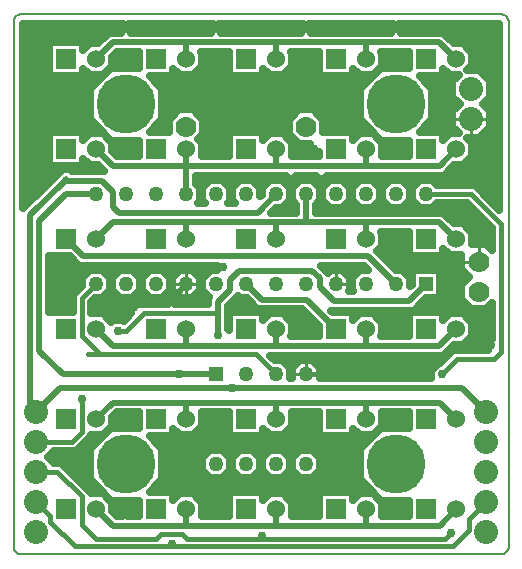
<source format=gbl>
G04 PROTEUS GERBER X2 FILE*
%TF.GenerationSoftware,Labcenter,Proteus,8.6-SP2-Build23525*%
%TF.CreationDate,2019-02-04T04:32:53+00:00*%
%TF.FileFunction,Copper,L2,Bot*%
%TF.FilePolarity,Positive*%
%TF.Part,Single*%
%FSLAX45Y45*%
%MOMM*%
G01*
%TA.AperFunction,Conductor*%
%ADD10C,0.508000*%
%ADD11C,0.381000*%
%TA.AperFunction,ViaPad*%
%ADD12C,0.762000*%
%TA.AperFunction,Conductor*%
%ADD13C,0.635000*%
%ADD20C,0.254000*%
%TA.AperFunction,ComponentPad*%
%ADD14C,1.524000*%
%ADD15R,1.778000X1.778000*%
%TA.AperFunction,OtherPad,Unknown*%
%ADD16C,5.000000*%
%TA.AperFunction,ComponentPad*%
%ADD17R,1.270000X1.270000*%
%ADD18C,1.270000*%
%TA.AperFunction,ComponentPad*%
%ADD19C,2.032000*%
%TA.AperFunction,ComponentPad*%
%ADD70C,1.778000*%
%TA.AperFunction,Profile*%
%ADD71C,0.203200*%
%TD.AperFunction*%
G36*
X+2743200Y+2815042D02*
X+2743200Y+2772958D01*
X+2750930Y+2765228D01*
X+2075070Y+2765228D01*
X+2082800Y+2772958D01*
X+2082800Y+2815042D01*
X+2056851Y+2840991D01*
X+2769149Y+2840991D01*
X+2743200Y+2815042D01*
G37*
G36*
X+1219200Y+2815042D02*
X+1219200Y+2772958D01*
X+1226930Y+2765228D01*
X+551070Y+2765228D01*
X+558800Y+2772958D01*
X+558800Y+2815042D01*
X+532851Y+2840991D01*
X+1245149Y+2840991D01*
X+1219200Y+2815042D01*
G37*
G36*
X+1981200Y+2815042D02*
X+1981200Y+2772958D01*
X+1988930Y+2765228D01*
X+1743807Y+2765228D01*
X+1391252Y+2765227D01*
X+1313070Y+2765228D01*
X+1320800Y+2772958D01*
X+1320800Y+2815042D01*
X+1294851Y+2840991D01*
X+2007149Y+2840991D01*
X+1981200Y+2815042D01*
G37*
G36*
X+457200Y+2815042D02*
X+457200Y+2772958D01*
X+464930Y+2765228D01*
X+362488Y+2765228D01*
X+270609Y+2673349D01*
X+198765Y+2673349D01*
X+146049Y+2620633D01*
X+146049Y+2686049D01*
X-146049Y+2686049D01*
X-146049Y+2393951D01*
X+146049Y+2393951D01*
X+146049Y+2459367D01*
X+198765Y+2406651D01*
X+309235Y+2406651D01*
X+387349Y+2484765D01*
X+387349Y+2556609D01*
X+430870Y+2600130D01*
X+615951Y+2600130D01*
X+615951Y+2466149D01*
X+380775Y+2466149D01*
X+200851Y+2286225D01*
X+200851Y+2031775D01*
X+380775Y+1851851D01*
X+615951Y+1851851D01*
X+615951Y+1720156D01*
X+428584Y+1720156D01*
X+387349Y+1761391D01*
X+387349Y+1833235D01*
X+309235Y+1911349D01*
X+198765Y+1911349D01*
X+146049Y+1858633D01*
X+146049Y+1924049D01*
X-146049Y+1924049D01*
X-146049Y+1631951D01*
X+146049Y+1631951D01*
X+146049Y+1697367D01*
X+198765Y+1644651D01*
X+270609Y+1644651D01*
X+321446Y+1593814D01*
X+46926Y+1593814D01*
X+34192Y+1606548D01*
X-34192Y+1606548D01*
X-46926Y+1593814D01*
X-46928Y+1593814D01*
X-95284Y+1545458D01*
X-95284Y+1545456D01*
X-364491Y+1276249D01*
X-364491Y+2824359D01*
X-363264Y+2839764D01*
X-347859Y+2840991D01*
X+483149Y+2840991D01*
X+457200Y+2815042D01*
G37*
%LPC*%
G36*
X+457200Y+2518958D02*
X+457200Y+2561042D01*
X+486958Y+2590800D01*
X+529042Y+2590800D01*
X+558800Y+2561042D01*
X+558800Y+2518958D01*
X+529042Y+2489200D01*
X+486958Y+2489200D01*
X+457200Y+2518958D01*
G37*
%LPD*%
G36*
X+1377951Y+2393951D02*
X+1670049Y+2393951D01*
X+1670049Y+2459367D01*
X+1722765Y+2406651D01*
X+1833235Y+2406651D01*
X+1911349Y+2484765D01*
X+1911349Y+2595235D01*
X+1906454Y+2600130D01*
X+2139951Y+2600130D01*
X+2139951Y+2393951D01*
X+2432049Y+2393951D01*
X+2432049Y+2459367D01*
X+2484765Y+2406651D01*
X+2595235Y+2406651D01*
X+2673349Y+2484765D01*
X+2673349Y+2595235D01*
X+2668454Y+2600130D01*
X+2901951Y+2600130D01*
X+2901951Y+2466149D01*
X+2666775Y+2466149D01*
X+2486851Y+2286225D01*
X+2486851Y+2031775D01*
X+2666775Y+1851851D01*
X+2901951Y+1851851D01*
X+2901951Y+1720156D01*
X+2670740Y+1720156D01*
X+2673349Y+1722765D01*
X+2673349Y+1833235D01*
X+2595235Y+1911349D01*
X+2484765Y+1911349D01*
X+2432049Y+1858633D01*
X+2432049Y+1924049D01*
X+2178049Y+1924049D01*
X+2178049Y+2028995D01*
X+2092495Y+2114549D01*
X+1971505Y+2114549D01*
X+1885951Y+2028995D01*
X+1885951Y+1908005D01*
X+1971505Y+1822451D01*
X+2068109Y+1822451D01*
X+2044700Y+1799042D01*
X+2044700Y+1756958D01*
X+2074458Y+1727200D01*
X+2116542Y+1727200D01*
X+2139951Y+1750609D01*
X+2139951Y+1720156D01*
X+1908740Y+1720156D01*
X+1911349Y+1722765D01*
X+1911349Y+1833235D01*
X+1833235Y+1911349D01*
X+1722765Y+1911349D01*
X+1670049Y+1858633D01*
X+1670049Y+1924049D01*
X+1377951Y+1924049D01*
X+1377951Y+1720156D01*
X+1146740Y+1720156D01*
X+1149349Y+1722765D01*
X+1149349Y+1833235D01*
X+1118314Y+1864270D01*
X+1162049Y+1908005D01*
X+1162049Y+2028995D01*
X+1076495Y+2114549D01*
X+955505Y+2114549D01*
X+869951Y+2028995D01*
X+869951Y+1924049D01*
X+707423Y+1924049D01*
X+815149Y+2031775D01*
X+815149Y+2286225D01*
X+707423Y+2393951D01*
X+908049Y+2393951D01*
X+908049Y+2459367D01*
X+960765Y+2406651D01*
X+1071235Y+2406651D01*
X+1149349Y+2484765D01*
X+1149349Y+2595235D01*
X+1144454Y+2600130D01*
X+1377951Y+2600131D01*
X+1377951Y+2393951D01*
G37*
%LPC*%
G36*
X+1981200Y+2518958D02*
X+1981200Y+2561042D01*
X+2010958Y+2590800D01*
X+2053042Y+2590800D01*
X+2082800Y+2561042D01*
X+2082800Y+2518958D01*
X+2053042Y+2489200D01*
X+2010958Y+2489200D01*
X+1981200Y+2518958D01*
G37*
G36*
X+1219200Y+2518958D02*
X+1219200Y+2561042D01*
X+1248958Y+2590800D01*
X+1291042Y+2590800D01*
X+1320800Y+2561042D01*
X+1320800Y+2518958D01*
X+1291042Y+2489200D01*
X+1248958Y+2489200D01*
X+1219200Y+2518958D01*
G37*
G36*
X+2743200Y+2518958D02*
X+2743200Y+2561042D01*
X+2772958Y+2590800D01*
X+2815042Y+2590800D01*
X+2844800Y+2561042D01*
X+2844800Y+2518958D01*
X+2815042Y+2489200D01*
X+2772958Y+2489200D01*
X+2743200Y+2518958D01*
G37*
G36*
X+1155700Y+1756958D02*
X+1155700Y+1799042D01*
X+1185458Y+1828800D01*
X+1227542Y+1828800D01*
X+1257300Y+1799042D01*
X+1257300Y+1756958D01*
X+1227542Y+1727200D01*
X+1185458Y+1727200D01*
X+1155700Y+1756958D01*
G37*
%LPD*%
G36*
X+3246765Y+2406651D02*
X+3325146Y+2406651D01*
X+3270251Y+2351756D01*
X+3270251Y+2220244D01*
X+3331495Y+2159000D01*
X+3270251Y+2097756D01*
X+3270251Y+1966244D01*
X+3325146Y+1911349D01*
X+3246765Y+1911349D01*
X+3194049Y+1858633D01*
X+3194049Y+1924049D01*
X+2993423Y+1924049D01*
X+3101149Y+2031775D01*
X+3101149Y+2286225D01*
X+2993423Y+2393951D01*
X+3194049Y+2393951D01*
X+3194049Y+2459367D01*
X+3246765Y+2406651D01*
G37*
G36*
X+3665264Y+2839764D02*
X+3666491Y+2824359D01*
X+3666491Y+1267269D01*
X+3460561Y+1473199D01*
X+3142424Y+1473199D01*
X+3097974Y+1517649D01*
X+2998026Y+1517649D01*
X+2927351Y+1446974D01*
X+2927351Y+1347026D01*
X+2998026Y+1276351D01*
X+3097974Y+1276351D01*
X+3142424Y+1320801D01*
X+3397439Y+1320801D01*
X+3603004Y+1115236D01*
X+3603004Y+921540D01*
X+3552995Y+971549D01*
X+3435349Y+971549D01*
X+3435349Y+1071235D01*
X+3357235Y+1149349D01*
X+3285391Y+1149349D01*
X+3193904Y+1240836D01*
X+2114549Y+1240836D01*
X+2114549Y+1308926D01*
X+2152649Y+1347026D01*
X+2152649Y+1446974D01*
X+2081974Y+1517649D01*
X+1982026Y+1517649D01*
X+1911351Y+1446974D01*
X+1911351Y+1347026D01*
X+1949451Y+1308926D01*
X+1949451Y+1240836D01*
X+1738576Y+1240836D01*
X+1774091Y+1276351D01*
X+1827974Y+1276351D01*
X+1898649Y+1347026D01*
X+1898649Y+1446974D01*
X+1827974Y+1517649D01*
X+1728026Y+1517649D01*
X+1657351Y+1446974D01*
X+1657351Y+1393091D01*
X+1644649Y+1380389D01*
X+1644649Y+1446974D01*
X+1573974Y+1517649D01*
X+1474026Y+1517649D01*
X+1403351Y+1446974D01*
X+1403351Y+1347026D01*
X+1427618Y+1322759D01*
X+1366382Y+1322759D01*
X+1390649Y+1347026D01*
X+1390649Y+1446974D01*
X+1319974Y+1517649D01*
X+1220026Y+1517649D01*
X+1149351Y+1446974D01*
X+1149351Y+1347026D01*
X+1173618Y+1322759D01*
X+1112382Y+1322759D01*
X+1136649Y+1347026D01*
X+1136649Y+1446974D01*
X+1098549Y+1485074D01*
X+1098549Y+1555058D01*
X+1864216Y+1555058D01*
X+1854200Y+1545042D01*
X+1854200Y+1502958D01*
X+1883958Y+1473200D01*
X+1926042Y+1473200D01*
X+1955800Y+1502958D01*
X+1955800Y+1545042D01*
X+1945784Y+1555058D01*
X+2114316Y+1555058D01*
X+2108904Y+1549646D01*
X+2108904Y+1507562D01*
X+2138662Y+1477804D01*
X+2180746Y+1477804D01*
X+2210504Y+1507562D01*
X+2210504Y+1549646D01*
X+2205092Y+1555058D01*
X+3195798Y+1555058D01*
X+3285391Y+1644651D01*
X+3357235Y+1644651D01*
X+3435349Y+1722765D01*
X+3435349Y+1833235D01*
X+3395333Y+1873251D01*
X+3494756Y+1873251D01*
X+3587749Y+1966244D01*
X+3587749Y+2097756D01*
X+3526505Y+2159000D01*
X+3587749Y+2220244D01*
X+3587749Y+2351756D01*
X+3494756Y+2444749D01*
X+3395333Y+2444749D01*
X+3435349Y+2484765D01*
X+3435349Y+2595235D01*
X+3357235Y+2673349D01*
X+3285391Y+2673349D01*
X+3193512Y+2765228D01*
X+2837070Y+2765228D01*
X+2844800Y+2772958D01*
X+2844800Y+2815042D01*
X+2818851Y+2840991D01*
X+3649859Y+2840991D01*
X+3665264Y+2839764D01*
G37*
%LPC*%
G36*
X+2165351Y+1347026D02*
X+2165351Y+1446974D01*
X+2236026Y+1517649D01*
X+2335974Y+1517649D01*
X+2406649Y+1446974D01*
X+2406649Y+1347026D01*
X+2335974Y+1276351D01*
X+2236026Y+1276351D01*
X+2165351Y+1347026D01*
G37*
G36*
X+2419351Y+1347026D02*
X+2419351Y+1446974D01*
X+2490026Y+1517649D01*
X+2589974Y+1517649D01*
X+2660649Y+1446974D01*
X+2660649Y+1347026D01*
X+2589974Y+1276351D01*
X+2490026Y+1276351D01*
X+2419351Y+1347026D01*
G37*
G36*
X+2673351Y+1347026D02*
X+2673351Y+1446974D01*
X+2744026Y+1517649D01*
X+2843974Y+1517649D01*
X+2914649Y+1446974D01*
X+2914649Y+1347026D01*
X+2843974Y+1276351D01*
X+2744026Y+1276351D01*
X+2673351Y+1347026D01*
G37*
%LPD*%
G36*
X+2556611Y+755649D02*
X+2490026Y+755649D01*
X+2419351Y+684974D01*
X+2419351Y+585026D01*
X+2427799Y+576578D01*
X+2398201Y+576578D01*
X+2406649Y+585026D01*
X+2406649Y+684974D01*
X+2335974Y+755649D01*
X+2236026Y+755649D01*
X+2214474Y+734096D01*
X+2180414Y+768156D01*
X+2180412Y+768156D01*
X+2165139Y+783429D01*
X+2165139Y+783431D01*
X+2157574Y+790996D01*
X+2521264Y+790996D01*
X+2556611Y+755649D01*
G37*
G36*
X+84085Y+815175D02*
X+108264Y+790996D01*
X+1275974Y+790996D01*
X+1275974Y+756585D01*
X+1276910Y+755649D01*
X+1220026Y+755649D01*
X+1149351Y+684974D01*
X+1149351Y+585026D01*
X+1207824Y+526552D01*
X+1202718Y+521446D01*
X+1202718Y+464764D01*
X+917606Y+464764D01*
X+939800Y+486958D01*
X+939800Y+529042D01*
X+910042Y+558800D01*
X+867958Y+558800D01*
X+838200Y+529042D01*
X+838200Y+486958D01*
X+860394Y+464764D01*
X+623654Y+464764D01*
X+622300Y+463410D01*
X+622300Y+465542D01*
X+592542Y+495300D01*
X+550458Y+495300D01*
X+520700Y+465542D01*
X+520700Y+423458D01*
X+550458Y+393700D01*
X+552590Y+393700D01*
X+486258Y+327368D01*
X+481093Y+332532D01*
X+402187Y+332532D01*
X+383120Y+313464D01*
X+309235Y+387349D01*
X+209526Y+387349D01*
X+209526Y+482766D01*
X+241111Y+514351D01*
X+303974Y+514351D01*
X+374649Y+585026D01*
X+374649Y+684974D01*
X+303974Y+755649D01*
X+204026Y+755649D01*
X+133351Y+684974D01*
X+133351Y+622111D01*
X+57128Y+545888D01*
X+57128Y+400049D01*
X-145277Y+400049D01*
X-145277Y+869951D01*
X+29309Y+869951D01*
X+84085Y+815175D01*
G37*
%LPC*%
G36*
X+895351Y+585026D02*
X+895351Y+684974D01*
X+966026Y+755649D01*
X+1065974Y+755649D01*
X+1136649Y+684974D01*
X+1136649Y+585026D01*
X+1065974Y+514351D01*
X+966026Y+514351D01*
X+895351Y+585026D01*
G37*
G36*
X+641351Y+585026D02*
X+641351Y+684974D01*
X+712026Y+755649D01*
X+811974Y+755649D01*
X+882649Y+684974D01*
X+882649Y+585026D01*
X+811974Y+514351D01*
X+712026Y+514351D01*
X+641351Y+585026D01*
G37*
G36*
X+387351Y+585026D02*
X+387351Y+684974D01*
X+458026Y+755649D01*
X+557974Y+755649D01*
X+628649Y+684974D01*
X+628649Y+585026D01*
X+557974Y+514351D01*
X+458026Y+514351D01*
X+387351Y+585026D01*
G37*
G36*
X+393700Y+423458D02*
X+393700Y+465542D01*
X+423458Y+495300D01*
X+465542Y+495300D01*
X+495300Y+465542D01*
X+495300Y+423458D01*
X+465542Y+393700D01*
X+423458Y+393700D01*
X+393700Y+423458D01*
G37*
%LPD*%
G36*
X+1474026Y+514351D02*
X+1527909Y+514351D01*
X+1620016Y+422244D01*
X+2001016Y+422244D01*
X+2139951Y+283309D01*
X+2139951Y+194261D01*
X+1906845Y+194261D01*
X+1911349Y+198765D01*
X+1911349Y+309235D01*
X+1833235Y+387349D01*
X+1722765Y+387349D01*
X+1670049Y+334633D01*
X+1670049Y+400049D01*
X+1377951Y+400049D01*
X+1377951Y+248841D01*
X+1367816Y+258976D01*
X+1367816Y+453064D01*
X+1451564Y+536812D01*
X+1474026Y+514351D01*
G37*
%LPC*%
G36*
X+2037474Y+228793D02*
X+2037474Y+270877D01*
X+2067232Y+300635D01*
X+2109316Y+300635D01*
X+2139074Y+270877D01*
X+2139074Y+228793D01*
X+2109316Y+199035D01*
X+2067232Y+199035D01*
X+2037474Y+228793D01*
G37*
%LPD*%
G36*
X+2901951Y+869951D02*
X+3194049Y+869951D01*
X+3194049Y+935367D01*
X+3246765Y+882651D01*
X+3346451Y+882651D01*
X+3346451Y+765005D01*
X+3412956Y+698500D01*
X+3346451Y+631995D01*
X+3346451Y+511005D01*
X+3432005Y+425451D01*
X+3552995Y+425451D01*
X+3603004Y+475460D01*
X+3603004Y+172771D01*
X+3575674Y+172771D01*
X+3545916Y+143013D01*
X+3545916Y+100929D01*
X+3570646Y+76199D01*
X+3278666Y+76199D01*
X+3169165Y-33302D01*
X+3142223Y-33302D01*
X+3086427Y-89098D01*
X+3086427Y-158783D01*
X+2152649Y-158783D01*
X+2152649Y-77026D01*
X+2081974Y-6351D01*
X+1982026Y-6351D01*
X+1911351Y-77026D01*
X+1911351Y-158783D01*
X+1898649Y-158783D01*
X+1898649Y-77026D01*
X+1827974Y-6351D01*
X+1765111Y-6351D01*
X+1729597Y+29163D01*
X+3193903Y+29163D01*
X+3285391Y+120651D01*
X+3357235Y+120651D01*
X+3435349Y+198765D01*
X+3435349Y+309235D01*
X+3357235Y+387349D01*
X+3246765Y+387349D01*
X+3194049Y+334633D01*
X+3194049Y+400049D01*
X+2901951Y+400049D01*
X+2901951Y+194261D01*
X+2668845Y+194261D01*
X+2673349Y+198765D01*
X+2673349Y+309235D01*
X+2595235Y+387349D01*
X+2484765Y+387349D01*
X+2432049Y+334633D01*
X+2432049Y+400049D01*
X+2256691Y+400049D01*
X+2245260Y+411480D01*
X+2941220Y+411480D01*
X+3044091Y+514351D01*
X+3168649Y+514351D01*
X+3168649Y+755649D01*
X+2927351Y+755649D01*
X+2927351Y+631091D01*
X+2914649Y+618389D01*
X+2914649Y+684974D01*
X+2843974Y+755649D01*
X+2790091Y+755649D01*
X+2629162Y+916578D01*
X+2673349Y+960765D01*
X+2673349Y+1071235D01*
X+2668846Y+1075738D01*
X+2901951Y+1075738D01*
X+2901951Y+869951D01*
G37*
%LPC*%
G36*
X+2854913Y-101396D02*
X+2854913Y-59312D01*
X+2884671Y-29554D01*
X+2926755Y-29554D01*
X+2956513Y-59312D01*
X+2956513Y-101396D01*
X+2926755Y-131154D01*
X+2884671Y-131154D01*
X+2854913Y-101396D01*
G37*
%LPD*%
G36*
X+2901951Y-581851D02*
X+2666775Y-581851D01*
X+2486851Y-761775D01*
X+2486851Y-1016225D01*
X+2666775Y-1196149D01*
X+2901951Y-1196149D01*
X+2901951Y-1327121D01*
X+2671463Y-1327121D01*
X+2673349Y-1325235D01*
X+2673349Y-1214765D01*
X+2595235Y-1136651D01*
X+2484765Y-1136651D01*
X+2432049Y-1189367D01*
X+2432049Y-1123951D01*
X+2139951Y-1123951D01*
X+2139951Y-1327121D01*
X+1909463Y-1327121D01*
X+1911349Y-1325235D01*
X+1911349Y-1214765D01*
X+1833235Y-1136651D01*
X+1722765Y-1136651D01*
X+1670049Y-1189367D01*
X+1670049Y-1123951D01*
X+1377951Y-1123951D01*
X+1377951Y-1327121D01*
X+1147463Y-1327121D01*
X+1149349Y-1325235D01*
X+1149349Y-1214765D01*
X+1071235Y-1136651D01*
X+960765Y-1136651D01*
X+908049Y-1189367D01*
X+908049Y-1123951D01*
X+707423Y-1123951D01*
X+815149Y-1016225D01*
X+815149Y-761775D01*
X+707423Y-654049D01*
X+908049Y-654049D01*
X+908049Y-588633D01*
X+960765Y-641349D01*
X+1071235Y-641349D01*
X+1149349Y-563235D01*
X+1149349Y-452765D01*
X+1146609Y-450025D01*
X+1377951Y-450025D01*
X+1377951Y-654049D01*
X+1670049Y-654049D01*
X+1670049Y-588633D01*
X+1722765Y-641349D01*
X+1833235Y-641349D01*
X+1911349Y-563235D01*
X+1911349Y-452765D01*
X+1908609Y-450025D01*
X+2139951Y-450025D01*
X+2139951Y-654049D01*
X+2432049Y-654049D01*
X+2432049Y-588633D01*
X+2484765Y-641349D01*
X+2595235Y-641349D01*
X+2673349Y-563235D01*
X+2673349Y-452765D01*
X+2670609Y-450025D01*
X+2901951Y-450025D01*
X+2901951Y-581851D01*
G37*
%LPC*%
G36*
X+2152649Y-839026D02*
X+2152649Y-938974D01*
X+2081974Y-1009649D01*
X+1982026Y-1009649D01*
X+1911351Y-938974D01*
X+1911351Y-839026D01*
X+1982026Y-768351D01*
X+2081974Y-768351D01*
X+2152649Y-839026D01*
G37*
G36*
X+1898649Y-839026D02*
X+1898649Y-938974D01*
X+1827974Y-1009649D01*
X+1728026Y-1009649D01*
X+1657351Y-938974D01*
X+1657351Y-839026D01*
X+1728026Y-768351D01*
X+1827974Y-768351D01*
X+1898649Y-839026D01*
G37*
G36*
X+1644649Y-839026D02*
X+1644649Y-938974D01*
X+1573974Y-1009649D01*
X+1474026Y-1009649D01*
X+1403351Y-938974D01*
X+1403351Y-839026D01*
X+1474026Y-768351D01*
X+1573974Y-768351D01*
X+1644649Y-839026D01*
G37*
G36*
X+1390649Y-839026D02*
X+1390649Y-938974D01*
X+1319974Y-1009649D01*
X+1220026Y-1009649D01*
X+1149351Y-938974D01*
X+1149351Y-839026D01*
X+1220026Y-768351D01*
X+1319974Y-768351D01*
X+1390649Y-839026D01*
G37*
G36*
X+1981200Y-529042D02*
X+1981200Y-486958D01*
X+2010958Y-457200D01*
X+2053042Y-457200D01*
X+2082800Y-486958D01*
X+2082800Y-529042D01*
X+2053042Y-558800D01*
X+2010958Y-558800D01*
X+1981200Y-529042D01*
G37*
%LPD*%
G36*
X+615951Y-581851D02*
X+380775Y-581851D01*
X+200851Y-761775D01*
X+200851Y-1016225D01*
X+380775Y-1196149D01*
X+615951Y-1196149D01*
X+615951Y-1327121D01*
X+523691Y-1327121D01*
X+548507Y-1302305D01*
X+548507Y-1260221D01*
X+518749Y-1230463D01*
X+476665Y-1230463D01*
X+446907Y-1260221D01*
X+446907Y-1302305D01*
X+471723Y-1327121D01*
X+427861Y-1327121D01*
X+387349Y-1286609D01*
X+387349Y-1214765D01*
X+309235Y-1136651D01*
X+209605Y-1136651D01*
X+209605Y-1128709D01*
X-42803Y-876301D01*
X-105694Y-876301D01*
X-156495Y-825500D01*
X-105694Y-774699D01*
X+84665Y-774699D01*
X+209606Y-649758D01*
X+209606Y-641349D01*
X+309235Y-641349D01*
X+387349Y-563235D01*
X+387349Y-491391D01*
X+428715Y-450025D01*
X+615951Y-450025D01*
X+615951Y-581851D01*
G37*
%LPC*%
G36*
X+76687Y-834970D02*
X+76687Y-792886D01*
X+106445Y-763128D01*
X+148529Y-763128D01*
X+178287Y-792886D01*
X+178287Y-834970D01*
X+148529Y-864728D01*
X+106445Y-864728D01*
X+76687Y-834970D01*
G37*
G36*
X+409258Y-531571D02*
X+409258Y-489487D01*
X+439016Y-459729D01*
X+481100Y-459729D01*
X+510858Y-489487D01*
X+510858Y-531571D01*
X+481100Y-561329D01*
X+439016Y-561329D01*
X+409258Y-531571D01*
G37*
%LPD*%
D10*
X+2540000Y-1270000D02*
X+2540000Y-1409670D01*
X+3162330Y-1409670D01*
X+3302000Y-1270000D01*
X+1778000Y-1270000D02*
X+1778000Y-1399771D01*
X+1787899Y-1409670D01*
X+2540000Y-1409670D01*
X+1016000Y-1270000D02*
X+1016000Y-1409670D01*
X+254000Y-1270000D02*
X+393670Y-1409670D01*
X+1016000Y-1409670D01*
X+1787899Y-1409670D01*
X+2540000Y+2540000D02*
X+2540000Y+2682679D01*
X+3159321Y+2682679D01*
X+3302000Y+2540000D01*
X+1778000Y+2540000D02*
X+1778000Y+2682679D01*
X+2540000Y+2682679D01*
X+1016000Y+2540000D02*
X+1016000Y+2671182D01*
X+1004503Y+2682679D01*
X+254000Y+2540000D02*
X+396679Y+2682679D01*
X+1004503Y+2682679D01*
X+1778000Y+2682679D01*
X+2540000Y+1778000D02*
X+2540000Y+1637607D01*
X+3161607Y+1637607D01*
X+3302000Y+1778000D01*
X+1778000Y+1778000D02*
X+1778000Y+1637607D01*
X+2540000Y+1637607D01*
X+1016000Y+1778000D02*
X+1016000Y+1637607D01*
X+254000Y+1778000D02*
X+394393Y+1637607D01*
X+1016000Y+1637607D01*
X+1778000Y+1637607D01*
X+2540000Y-508000D02*
X+2540000Y-383939D01*
X+2523537Y-367476D01*
X+3161476Y-367476D01*
X+3302000Y-508000D01*
X+1778000Y-508000D02*
X+1778000Y-367476D01*
X+2523537Y-367476D01*
X+1016000Y-508000D02*
X+1016000Y-367476D01*
X+254000Y-508000D02*
X+394524Y-367476D01*
X+1016000Y-367476D01*
X+1778000Y-367476D01*
X+2540000Y+254000D02*
X+2540000Y+111712D01*
X+3159712Y+111712D01*
X+3302000Y+254000D01*
X+1778000Y+254000D02*
X+1778000Y+111712D01*
X+2540000Y+111712D01*
X+1016000Y+254000D02*
X+1016000Y+111712D01*
X+254000Y+254000D02*
X+396288Y+111712D01*
X+1016000Y+111712D01*
X+1778000Y+111712D01*
X+2540000Y+1016000D02*
X+2540000Y+1141236D01*
X+2522949Y+1158287D01*
X+3159713Y+1158287D01*
X+3302000Y+1016000D01*
X+1778000Y+1016000D02*
X+1778000Y+1158287D01*
X+1016000Y+1016000D02*
X+1016000Y+1158287D01*
X+254000Y+1016000D02*
X+396287Y+1158287D01*
X+1016000Y+1158287D01*
X+1778000Y+1158287D01*
X+2032000Y+1397000D02*
X+2032000Y+1158287D01*
X+1778000Y+1158287D02*
X+2032000Y+1158287D01*
X+2522949Y+1158287D01*
X+1016000Y+1637607D02*
X+1016000Y+1397000D01*
X+1778000Y+1397000D02*
X+1621210Y+1240210D01*
X+502774Y+1240210D01*
X+444500Y+1240210D01*
X+0Y+1397000D02*
X-340Y+1397000D01*
X-227826Y+1169514D01*
X-227826Y+70800D01*
X-30026Y-127000D01*
X+254000Y+1397000D02*
X+0Y+1397000D01*
X+0Y+1524000D02*
X-12735Y+1511265D01*
X-306317Y+1217683D01*
X-306317Y-392183D01*
X-254000Y-444500D01*
X+444500Y+1240210D02*
X+393784Y+1290926D01*
X+393784Y+1418825D01*
X+301344Y+1511265D01*
X-12735Y+1511265D01*
X+1524000Y+635000D02*
X+1654207Y+504793D01*
X+1869509Y+504793D01*
X+2035207Y+504793D01*
X+2286000Y+254000D01*
X+1403291Y-241143D02*
X+1450234Y-241143D01*
X+1450423Y-241332D01*
X+3556000Y-444500D02*
X+3352832Y-241332D01*
X+1450423Y-241332D01*
X-50832Y-241332D01*
X-254000Y-444500D01*
D11*
X+3181676Y-128551D02*
X+3310227Y+0D01*
X+3429000Y+0D01*
X+1656248Y-1520278D02*
X+1605829Y-1520278D01*
X+1656248Y-1520278D02*
X+1656248Y-1482972D01*
X+1657526Y-1481694D01*
X+1657526Y-1498512D01*
D10*
X+3048000Y+635000D02*
X+2907029Y+494029D01*
X+2264799Y+494029D01*
X+2146221Y+612607D01*
X+2146221Y+685607D01*
X+1384277Y+669873D02*
X+1463642Y+749238D01*
X+2082590Y+749238D01*
X+2146221Y+685607D01*
X+1778000Y+873545D02*
X+1815041Y+873545D01*
X+2176008Y+873545D01*
X+2321529Y+873545D01*
X+2794000Y+635000D02*
X+2555455Y+873545D01*
X+2321529Y+873545D01*
X+1778000Y+873545D02*
X+142455Y+873545D01*
X+0Y+1016000D01*
D11*
X-254000Y-698500D02*
X+53104Y-698500D01*
X+133407Y-618197D01*
X+133407Y-338152D01*
X+133327Y-338072D01*
X+1645611Y+5389D02*
X+1626850Y+24150D01*
X+184222Y+41894D02*
X+184209Y+41907D01*
X+1778000Y-127000D02*
X+1645611Y+5389D01*
X+1285267Y+381000D02*
X+1277702Y+388565D01*
X+655215Y+388565D01*
X+503933Y+237283D01*
X+441640Y+237283D01*
D10*
X+1384277Y+669873D02*
X+1384277Y+586265D01*
X+1285267Y+487255D01*
X+1285267Y+381000D01*
X+1285267Y+206823D01*
X-30026Y-127000D02*
X+952500Y-127000D01*
X+1270000Y-127000D01*
D11*
X+698500Y-1520278D02*
X+764210Y-1520278D01*
X+804959Y-1479529D01*
X+984249Y-1479529D01*
X+1024998Y-1520278D01*
X+1058068Y-1520278D01*
X-254000Y-952500D02*
X-74364Y-952500D01*
X+133406Y-1160270D01*
X+133406Y-1399684D01*
X+254000Y-1520278D01*
X+698500Y-1520278D01*
X+1058068Y-1520278D02*
X+1605829Y-1520278D01*
X+896247Y-1564725D02*
X+877236Y-1583736D01*
X+850436Y-1583736D01*
X-254000Y-1206500D02*
X-133282Y-1327218D01*
X-133282Y-1377296D01*
X+73158Y-1583736D01*
X+850436Y-1583736D01*
X+877236Y-1583736D02*
X+3272362Y-1583736D01*
X+3410772Y-1445326D01*
X+3410772Y-1351728D01*
X+3556000Y-1206500D01*
X+571500Y+444500D02*
X+444500Y+444500D01*
X+952500Y+571500D02*
X+905463Y+524463D01*
X+651463Y+524463D01*
X+571500Y+444500D01*
D10*
X+1016000Y+635000D02*
X+952500Y+571500D01*
D11*
X+2032000Y-127000D02*
X+2859067Y-127000D01*
X+2905713Y-80354D01*
X+1905000Y+1524000D02*
X+2155100Y+1524000D01*
X+2159704Y+1528604D01*
X+2032000Y+2794000D02*
X+1270000Y+2794000D01*
X+2032000Y+2794000D02*
X+2794000Y+2794000D01*
X+1270000Y+2794000D02*
X+508000Y+2794000D01*
X+133327Y+254000D02*
X+133327Y+198389D01*
X+289809Y+41907D01*
X+335329Y+41907D01*
X+1626850Y+24150D02*
X+1609093Y+41907D01*
X+335329Y+41907D01*
X+289809Y+41907D02*
X+184209Y+41907D01*
X+133327Y+254000D02*
X+133327Y+514327D01*
X+254000Y+635000D01*
X+3258861Y-1468972D02*
X+3207555Y-1520278D01*
X+1656248Y-1520278D01*
D10*
X+905463Y+524463D02*
X+889000Y+508000D01*
D11*
X+1112425Y+508000D01*
X+1162092Y+557667D01*
X+1162092Y+680205D01*
X+1259514Y+777627D01*
X+1326774Y+777627D01*
X+1206500Y+1778000D02*
X+1361352Y+1932852D01*
X+1424852Y+1932852D01*
X+1846424Y+1909924D02*
X+1978348Y+1778000D01*
X+1424852Y+1932852D02*
X+1823496Y+1932852D01*
X+1846424Y+1909924D01*
X+2095500Y+1778000D02*
X+1978348Y+1778000D01*
X+3048000Y+1397000D02*
X+3429000Y+1397000D01*
X+3556000Y+1270000D01*
X+3679203Y+1079500D02*
X+3679203Y+1016000D01*
X+3679203Y+59703D01*
X+3619500Y+0D01*
X+3492500Y+0D01*
X+3556000Y+1270000D02*
X+3679203Y+1146797D01*
X+3679203Y+1079500D01*
X+3492500Y+0D02*
X+3429000Y+0D01*
X+3365500Y+114327D02*
X+3436186Y+114327D01*
X+3595994Y+114327D01*
X+3603638Y+121971D01*
X+3596716Y+121971D01*
X+2905713Y-80354D02*
X+3112152Y-80354D01*
X+3306833Y+114327D01*
X+3365500Y+114327D01*
D12*
X+1403291Y-241143D03*
X+3181676Y-128551D03*
X+1657526Y-1498512D03*
X+1285267Y+206823D03*
X+133327Y-338072D03*
X+441640Y+237283D03*
X+952500Y-127000D03*
X+896247Y-1564725D03*
X+2088274Y+249835D03*
X+2032000Y-508000D03*
X+497707Y-1281263D03*
X+127487Y-813928D03*
X+460058Y-510529D03*
X+571500Y+444500D03*
X+444500Y+444500D03*
X+2905713Y-80354D03*
X+1905000Y+1524000D03*
X+2159704Y+1528604D03*
X+2032000Y+2540000D03*
X+2032000Y+2794000D03*
X+1270000Y+2794000D03*
X+1270000Y+2540000D03*
X+2794000Y+2794000D03*
X+2794000Y+2540000D03*
X+508000Y+2794000D03*
X+508000Y+2540000D03*
X+3258861Y-1468972D03*
X+889000Y+508000D03*
X+1326774Y+777627D03*
X+1206500Y+1778000D03*
X+2095500Y+1778000D03*
X+3596716Y+121971D03*
D13*
X+2743200Y+2815042D02*
X+2743200Y+2772958D01*
X+2750930Y+2765228D01*
X+2075070Y+2765228D01*
X+2082800Y+2772958D01*
X+2082800Y+2815042D01*
X+2056851Y+2840991D01*
X+2769149Y+2840991D01*
X+2743200Y+2815042D01*
X+1219200Y+2815042D02*
X+1219200Y+2772958D01*
X+1226930Y+2765228D01*
X+551070Y+2765228D01*
X+558800Y+2772958D01*
X+558800Y+2815042D01*
X+532851Y+2840991D01*
X+1245149Y+2840991D01*
X+1219200Y+2815042D01*
X+1981200Y+2815042D02*
X+1981200Y+2772958D01*
X+1988930Y+2765228D01*
X+1743807Y+2765228D01*
X+1391252Y+2765227D01*
X+1313070Y+2765228D01*
X+1320800Y+2772958D01*
X+1320800Y+2815042D01*
X+1294851Y+2840991D01*
X+2007149Y+2840991D01*
X+1981200Y+2815042D01*
X+457200Y+2815042D02*
X+457200Y+2772958D01*
X+464930Y+2765228D01*
X+362488Y+2765228D01*
X+270609Y+2673349D01*
X+198765Y+2673349D01*
X+146049Y+2620633D01*
X+146049Y+2686049D01*
X-146049Y+2686049D01*
X-146049Y+2393951D01*
X+146049Y+2393951D01*
X+146049Y+2459367D01*
X+198765Y+2406651D01*
X+309235Y+2406651D01*
X+387349Y+2484765D01*
X+387349Y+2556609D01*
X+430870Y+2600130D01*
X+615951Y+2600130D01*
X+615951Y+2466149D01*
X+380775Y+2466149D01*
X+200851Y+2286225D01*
X+200851Y+2031775D01*
X+380775Y+1851851D01*
X+615951Y+1851851D01*
X+615951Y+1720156D01*
X+428584Y+1720156D01*
X+387349Y+1761391D01*
X+387349Y+1833235D01*
X+309235Y+1911349D01*
X+198765Y+1911349D01*
X+146049Y+1858633D01*
X+146049Y+1924049D01*
X-146049Y+1924049D01*
X-146049Y+1631951D01*
X+146049Y+1631951D01*
X+146049Y+1697367D01*
X+198765Y+1644651D01*
X+270609Y+1644651D01*
X+321446Y+1593814D01*
X+46926Y+1593814D01*
X+34192Y+1606548D01*
X-34192Y+1606548D01*
X-46926Y+1593814D01*
X-46928Y+1593814D01*
X-95284Y+1545458D01*
X-95284Y+1545456D01*
X-364491Y+1276249D01*
X-364491Y+2824359D01*
X-363264Y+2839764D01*
X-347859Y+2840991D01*
X+483149Y+2840991D01*
X+457200Y+2815042D01*
X+457200Y+2518958D02*
X+457200Y+2561042D01*
X+486958Y+2590800D01*
X+529042Y+2590800D01*
X+558800Y+2561042D01*
X+558800Y+2518958D01*
X+529042Y+2489200D01*
X+486958Y+2489200D01*
X+457200Y+2518958D01*
X+1377951Y+2393951D02*
X+1670049Y+2393951D01*
X+1670049Y+2459367D01*
X+1722765Y+2406651D01*
X+1833235Y+2406651D01*
X+1911349Y+2484765D01*
X+1911349Y+2595235D01*
X+1906454Y+2600130D01*
X+2139951Y+2600130D01*
X+2139951Y+2393951D01*
X+2432049Y+2393951D01*
X+2432049Y+2459367D01*
X+2484765Y+2406651D01*
X+2595235Y+2406651D01*
X+2673349Y+2484765D01*
X+2673349Y+2595235D01*
X+2668454Y+2600130D01*
X+2901951Y+2600130D01*
X+2901951Y+2466149D01*
X+2666775Y+2466149D01*
X+2486851Y+2286225D01*
X+2486851Y+2031775D01*
X+2666775Y+1851851D01*
X+2901951Y+1851851D01*
X+2901951Y+1720156D01*
X+2670740Y+1720156D01*
X+2673349Y+1722765D01*
X+2673349Y+1833235D01*
X+2595235Y+1911349D01*
X+2484765Y+1911349D01*
X+2432049Y+1858633D01*
X+2432049Y+1924049D01*
X+2178049Y+1924049D01*
X+2178049Y+2028995D01*
X+2092495Y+2114549D01*
X+1971505Y+2114549D01*
X+1885951Y+2028995D01*
X+1885951Y+1908005D01*
X+1971505Y+1822451D01*
X+2068109Y+1822451D01*
X+2044700Y+1799042D01*
X+2044700Y+1756958D01*
X+2074458Y+1727200D01*
X+2116542Y+1727200D01*
X+2139951Y+1750609D01*
X+2139951Y+1720156D01*
X+1908740Y+1720156D01*
X+1911349Y+1722765D01*
X+1911349Y+1833235D01*
X+1833235Y+1911349D01*
X+1722765Y+1911349D01*
X+1670049Y+1858633D01*
X+1670049Y+1924049D01*
X+1377951Y+1924049D01*
X+1377951Y+1720156D01*
X+1146740Y+1720156D01*
X+1149349Y+1722765D01*
X+1149349Y+1833235D01*
X+1118314Y+1864270D01*
X+1162049Y+1908005D01*
X+1162049Y+2028995D01*
X+1076495Y+2114549D01*
X+955505Y+2114549D01*
X+869951Y+2028995D01*
X+869951Y+1924049D01*
X+707423Y+1924049D01*
X+815149Y+2031775D01*
X+815149Y+2286225D01*
X+707423Y+2393951D01*
X+908049Y+2393951D01*
X+908049Y+2459367D01*
X+960765Y+2406651D01*
X+1071235Y+2406651D01*
X+1149349Y+2484765D01*
X+1149349Y+2595235D01*
X+1144454Y+2600130D01*
X+1377951Y+2600131D01*
X+1377951Y+2393951D01*
X+1981200Y+2518958D02*
X+1981200Y+2561042D01*
X+2010958Y+2590800D01*
X+2053042Y+2590800D01*
X+2082800Y+2561042D01*
X+2082800Y+2518958D01*
X+2053042Y+2489200D01*
X+2010958Y+2489200D01*
X+1981200Y+2518958D01*
X+1219200Y+2518958D02*
X+1219200Y+2561042D01*
X+1248958Y+2590800D01*
X+1291042Y+2590800D01*
X+1320800Y+2561042D01*
X+1320800Y+2518958D01*
X+1291042Y+2489200D01*
X+1248958Y+2489200D01*
X+1219200Y+2518958D01*
X+2743200Y+2518958D02*
X+2743200Y+2561042D01*
X+2772958Y+2590800D01*
X+2815042Y+2590800D01*
X+2844800Y+2561042D01*
X+2844800Y+2518958D01*
X+2815042Y+2489200D01*
X+2772958Y+2489200D01*
X+2743200Y+2518958D01*
X+1155700Y+1756958D02*
X+1155700Y+1799042D01*
X+1185458Y+1828800D01*
X+1227542Y+1828800D01*
X+1257300Y+1799042D01*
X+1257300Y+1756958D01*
X+1227542Y+1727200D01*
X+1185458Y+1727200D01*
X+1155700Y+1756958D01*
X+3246765Y+2406651D02*
X+3325146Y+2406651D01*
X+3270251Y+2351756D01*
X+3270251Y+2220244D01*
X+3331495Y+2159000D01*
X+3270251Y+2097756D01*
X+3270251Y+1966244D01*
X+3325146Y+1911349D01*
X+3246765Y+1911349D01*
X+3194049Y+1858633D01*
X+3194049Y+1924049D01*
X+2993423Y+1924049D01*
X+3101149Y+2031775D01*
X+3101149Y+2286225D01*
X+2993423Y+2393951D01*
X+3194049Y+2393951D01*
X+3194049Y+2459367D01*
X+3246765Y+2406651D01*
X+3665264Y+2839764D02*
X+3666491Y+2824359D01*
X+3666491Y+1267269D01*
X+3460561Y+1473199D01*
X+3142424Y+1473199D01*
X+3097974Y+1517649D01*
X+2998026Y+1517649D01*
X+2927351Y+1446974D01*
X+2927351Y+1347026D01*
X+2998026Y+1276351D01*
X+3097974Y+1276351D01*
X+3142424Y+1320801D01*
X+3397439Y+1320801D01*
X+3603004Y+1115236D01*
X+3603004Y+921540D01*
X+3552995Y+971549D01*
X+3435349Y+971549D01*
X+3435349Y+1071235D01*
X+3357235Y+1149349D01*
X+3285391Y+1149349D01*
X+3193904Y+1240836D01*
X+2114549Y+1240836D01*
X+2114549Y+1308926D01*
X+2152649Y+1347026D01*
X+2152649Y+1446974D01*
X+2081974Y+1517649D01*
X+1982026Y+1517649D01*
X+1911351Y+1446974D01*
X+1911351Y+1347026D01*
X+1949451Y+1308926D01*
X+1949451Y+1240836D01*
X+1738576Y+1240836D01*
X+1774091Y+1276351D01*
X+1827974Y+1276351D01*
X+1898649Y+1347026D01*
X+1898649Y+1446974D01*
X+1827974Y+1517649D01*
X+1728026Y+1517649D01*
X+1657351Y+1446974D01*
X+1657351Y+1393091D01*
X+1644649Y+1380389D01*
X+1644649Y+1446974D01*
X+1573974Y+1517649D01*
X+1474026Y+1517649D01*
X+1403351Y+1446974D01*
X+1403351Y+1347026D01*
X+1427618Y+1322759D01*
X+1366382Y+1322759D01*
X+1390649Y+1347026D01*
X+1390649Y+1446974D01*
X+1319974Y+1517649D01*
X+1220026Y+1517649D01*
X+1149351Y+1446974D01*
X+1149351Y+1347026D01*
X+1173618Y+1322759D01*
X+1112382Y+1322759D01*
X+1136649Y+1347026D01*
X+1136649Y+1446974D01*
X+1098549Y+1485074D01*
X+1098549Y+1555058D01*
X+1864216Y+1555058D01*
X+1854200Y+1545042D01*
X+1854200Y+1502958D01*
X+1883958Y+1473200D01*
X+1926042Y+1473200D01*
X+1955800Y+1502958D01*
X+1955800Y+1545042D01*
X+1945784Y+1555058D01*
X+2114316Y+1555058D01*
X+2108904Y+1549646D01*
X+2108904Y+1507562D01*
X+2138662Y+1477804D01*
X+2180746Y+1477804D01*
X+2210504Y+1507562D01*
X+2210504Y+1549646D01*
X+2205092Y+1555058D01*
X+3195798Y+1555058D01*
X+3285391Y+1644651D01*
X+3357235Y+1644651D01*
X+3435349Y+1722765D01*
X+3435349Y+1833235D01*
X+3395333Y+1873251D01*
X+3494756Y+1873251D01*
X+3587749Y+1966244D01*
X+3587749Y+2097756D01*
X+3526505Y+2159000D01*
X+3587749Y+2220244D01*
X+3587749Y+2351756D01*
X+3494756Y+2444749D01*
X+3395333Y+2444749D01*
X+3435349Y+2484765D01*
X+3435349Y+2595235D01*
X+3357235Y+2673349D01*
X+3285391Y+2673349D01*
X+3193512Y+2765228D01*
X+2837070Y+2765228D01*
X+2844800Y+2772958D01*
X+2844800Y+2815042D01*
X+2818851Y+2840991D01*
X+3649859Y+2840991D01*
X+3665264Y+2839764D01*
X+2165351Y+1347026D02*
X+2165351Y+1446974D01*
X+2236026Y+1517649D01*
X+2335974Y+1517649D01*
X+2406649Y+1446974D01*
X+2406649Y+1347026D01*
X+2335974Y+1276351D01*
X+2236026Y+1276351D01*
X+2165351Y+1347026D01*
X+2419351Y+1347026D02*
X+2419351Y+1446974D01*
X+2490026Y+1517649D01*
X+2589974Y+1517649D01*
X+2660649Y+1446974D01*
X+2660649Y+1347026D01*
X+2589974Y+1276351D01*
X+2490026Y+1276351D01*
X+2419351Y+1347026D01*
X+2673351Y+1347026D02*
X+2673351Y+1446974D01*
X+2744026Y+1517649D01*
X+2843974Y+1517649D01*
X+2914649Y+1446974D01*
X+2914649Y+1347026D01*
X+2843974Y+1276351D01*
X+2744026Y+1276351D01*
X+2673351Y+1347026D01*
X+2556611Y+755649D02*
X+2490026Y+755649D01*
X+2419351Y+684974D01*
X+2419351Y+585026D01*
X+2427799Y+576578D01*
X+2398201Y+576578D01*
X+2406649Y+585026D01*
X+2406649Y+684974D01*
X+2335974Y+755649D01*
X+2236026Y+755649D01*
X+2214474Y+734096D01*
X+2180414Y+768156D01*
X+2180412Y+768156D01*
X+2165139Y+783429D01*
X+2165139Y+783431D01*
X+2157574Y+790996D01*
X+2521264Y+790996D01*
X+2556611Y+755649D01*
X+84085Y+815175D02*
X+108264Y+790996D01*
X+1275974Y+790996D01*
X+1275974Y+756585D01*
X+1276910Y+755649D01*
X+1220026Y+755649D01*
X+1149351Y+684974D01*
X+1149351Y+585026D01*
X+1207824Y+526552D01*
X+1202718Y+521446D01*
X+1202718Y+464764D01*
X+917606Y+464764D01*
X+939800Y+486958D01*
X+939800Y+529042D01*
X+910042Y+558800D01*
X+867958Y+558800D01*
X+838200Y+529042D01*
X+838200Y+486958D01*
X+860394Y+464764D01*
X+623654Y+464764D01*
X+622300Y+463410D01*
X+622300Y+465542D01*
X+592542Y+495300D01*
X+550458Y+495300D01*
X+520700Y+465542D01*
X+520700Y+423458D01*
X+550458Y+393700D01*
X+552590Y+393700D01*
X+486258Y+327368D01*
X+481093Y+332532D01*
X+402187Y+332532D01*
X+383120Y+313464D01*
X+309235Y+387349D01*
X+209526Y+387349D01*
X+209526Y+482766D01*
X+241111Y+514351D01*
X+303974Y+514351D01*
X+374649Y+585026D01*
X+374649Y+684974D01*
X+303974Y+755649D01*
X+204026Y+755649D01*
X+133351Y+684974D01*
X+133351Y+622111D01*
X+57128Y+545888D01*
X+57128Y+400049D01*
X-145277Y+400049D01*
X-145277Y+869951D01*
X+29309Y+869951D01*
X+84085Y+815175D01*
X+895351Y+585026D02*
X+895351Y+684974D01*
X+966026Y+755649D01*
X+1065974Y+755649D01*
X+1136649Y+684974D01*
X+1136649Y+585026D01*
X+1065974Y+514351D01*
X+966026Y+514351D01*
X+895351Y+585026D01*
X+641351Y+585026D02*
X+641351Y+684974D01*
X+712026Y+755649D01*
X+811974Y+755649D01*
X+882649Y+684974D01*
X+882649Y+585026D01*
X+811974Y+514351D01*
X+712026Y+514351D01*
X+641351Y+585026D01*
X+387351Y+585026D02*
X+387351Y+684974D01*
X+458026Y+755649D01*
X+557974Y+755649D01*
X+628649Y+684974D01*
X+628649Y+585026D01*
X+557974Y+514351D01*
X+458026Y+514351D01*
X+387351Y+585026D01*
X+393700Y+423458D02*
X+393700Y+465542D01*
X+423458Y+495300D01*
X+465542Y+495300D01*
X+495300Y+465542D01*
X+495300Y+423458D01*
X+465542Y+393700D01*
X+423458Y+393700D01*
X+393700Y+423458D01*
X+1474026Y+514351D02*
X+1527909Y+514351D01*
X+1620016Y+422244D01*
X+2001016Y+422244D01*
X+2139951Y+283309D01*
X+2139951Y+194261D01*
X+1906845Y+194261D01*
X+1911349Y+198765D01*
X+1911349Y+309235D01*
X+1833235Y+387349D01*
X+1722765Y+387349D01*
X+1670049Y+334633D01*
X+1670049Y+400049D01*
X+1377951Y+400049D01*
X+1377951Y+248841D01*
X+1367816Y+258976D01*
X+1367816Y+453064D01*
X+1451564Y+536812D01*
X+1474026Y+514351D01*
X+2037474Y+228793D02*
X+2037474Y+270877D01*
X+2067232Y+300635D01*
X+2109316Y+300635D01*
X+2139074Y+270877D01*
X+2139074Y+228793D01*
X+2109316Y+199035D01*
X+2067232Y+199035D01*
X+2037474Y+228793D01*
X+2901951Y+869951D02*
X+3194049Y+869951D01*
X+3194049Y+935367D01*
X+3246765Y+882651D01*
X+3346451Y+882651D01*
X+3346451Y+765005D01*
X+3412956Y+698500D01*
X+3346451Y+631995D01*
X+3346451Y+511005D01*
X+3432005Y+425451D01*
X+3552995Y+425451D01*
X+3603004Y+475460D01*
X+3603004Y+172771D01*
X+3575674Y+172771D01*
X+3545916Y+143013D01*
X+3545916Y+100929D01*
X+3570646Y+76199D01*
X+3278666Y+76199D01*
X+3169165Y-33302D01*
X+3142223Y-33302D01*
X+3086427Y-89098D01*
X+3086427Y-158783D01*
X+2152649Y-158783D01*
X+2152649Y-77026D01*
X+2081974Y-6351D01*
X+1982026Y-6351D01*
X+1911351Y-77026D01*
X+1911351Y-158783D01*
X+1898649Y-158783D01*
X+1898649Y-77026D01*
X+1827974Y-6351D01*
X+1765111Y-6351D01*
X+1729597Y+29163D01*
X+3193903Y+29163D01*
X+3285391Y+120651D01*
X+3357235Y+120651D01*
X+3435349Y+198765D01*
X+3435349Y+309235D01*
X+3357235Y+387349D01*
X+3246765Y+387349D01*
X+3194049Y+334633D01*
X+3194049Y+400049D01*
X+2901951Y+400049D01*
X+2901951Y+194261D01*
X+2668845Y+194261D01*
X+2673349Y+198765D01*
X+2673349Y+309235D01*
X+2595235Y+387349D01*
X+2484765Y+387349D01*
X+2432049Y+334633D01*
X+2432049Y+400049D01*
X+2256691Y+400049D01*
X+2245260Y+411480D01*
X+2941220Y+411480D01*
X+3044091Y+514351D01*
X+3168649Y+514351D01*
X+3168649Y+755649D01*
X+2927351Y+755649D01*
X+2927351Y+631091D01*
X+2914649Y+618389D01*
X+2914649Y+684974D01*
X+2843974Y+755649D01*
X+2790091Y+755649D01*
X+2629162Y+916578D01*
X+2673349Y+960765D01*
X+2673349Y+1071235D01*
X+2668846Y+1075738D01*
X+2901951Y+1075738D01*
X+2901951Y+869951D01*
X+2854913Y-101396D02*
X+2854913Y-59312D01*
X+2884671Y-29554D01*
X+2926755Y-29554D01*
X+2956513Y-59312D01*
X+2956513Y-101396D01*
X+2926755Y-131154D01*
X+2884671Y-131154D01*
X+2854913Y-101396D01*
X+2901951Y-581851D02*
X+2666775Y-581851D01*
X+2486851Y-761775D01*
X+2486851Y-1016225D01*
X+2666775Y-1196149D01*
X+2901951Y-1196149D01*
X+2901951Y-1327121D01*
X+2671463Y-1327121D01*
X+2673349Y-1325235D01*
X+2673349Y-1214765D01*
X+2595235Y-1136651D01*
X+2484765Y-1136651D01*
X+2432049Y-1189367D01*
X+2432049Y-1123951D01*
X+2139951Y-1123951D01*
X+2139951Y-1327121D01*
X+1909463Y-1327121D01*
X+1911349Y-1325235D01*
X+1911349Y-1214765D01*
X+1833235Y-1136651D01*
X+1722765Y-1136651D01*
X+1670049Y-1189367D01*
X+1670049Y-1123951D01*
X+1377951Y-1123951D01*
X+1377951Y-1327121D01*
X+1147463Y-1327121D01*
X+1149349Y-1325235D01*
X+1149349Y-1214765D01*
X+1071235Y-1136651D01*
X+960765Y-1136651D01*
X+908049Y-1189367D01*
X+908049Y-1123951D01*
X+707423Y-1123951D01*
X+815149Y-1016225D01*
X+815149Y-761775D01*
X+707423Y-654049D01*
X+908049Y-654049D01*
X+908049Y-588633D01*
X+960765Y-641349D01*
X+1071235Y-641349D01*
X+1149349Y-563235D01*
X+1149349Y-452765D01*
X+1146609Y-450025D01*
X+1377951Y-450025D01*
X+1377951Y-654049D01*
X+1670049Y-654049D01*
X+1670049Y-588633D01*
X+1722765Y-641349D01*
X+1833235Y-641349D01*
X+1911349Y-563235D01*
X+1911349Y-452765D01*
X+1908609Y-450025D01*
X+2139951Y-450025D01*
X+2139951Y-654049D01*
X+2432049Y-654049D01*
X+2432049Y-588633D01*
X+2484765Y-641349D01*
X+2595235Y-641349D01*
X+2673349Y-563235D01*
X+2673349Y-452765D01*
X+2670609Y-450025D01*
X+2901951Y-450025D01*
X+2901951Y-581851D01*
X+2152649Y-839026D02*
X+2152649Y-938974D01*
X+2081974Y-1009649D01*
X+1982026Y-1009649D01*
X+1911351Y-938974D01*
X+1911351Y-839026D01*
X+1982026Y-768351D01*
X+2081974Y-768351D01*
X+2152649Y-839026D01*
X+1898649Y-839026D02*
X+1898649Y-938974D01*
X+1827974Y-1009649D01*
X+1728026Y-1009649D01*
X+1657351Y-938974D01*
X+1657351Y-839026D01*
X+1728026Y-768351D01*
X+1827974Y-768351D01*
X+1898649Y-839026D01*
X+1644649Y-839026D02*
X+1644649Y-938974D01*
X+1573974Y-1009649D01*
X+1474026Y-1009649D01*
X+1403351Y-938974D01*
X+1403351Y-839026D01*
X+1474026Y-768351D01*
X+1573974Y-768351D01*
X+1644649Y-839026D01*
X+1390649Y-839026D02*
X+1390649Y-938974D01*
X+1319974Y-1009649D01*
X+1220026Y-1009649D01*
X+1149351Y-938974D01*
X+1149351Y-839026D01*
X+1220026Y-768351D01*
X+1319974Y-768351D01*
X+1390649Y-839026D01*
X+1981200Y-529042D02*
X+1981200Y-486958D01*
X+2010958Y-457200D01*
X+2053042Y-457200D01*
X+2082800Y-486958D01*
X+2082800Y-529042D01*
X+2053042Y-558800D01*
X+2010958Y-558800D01*
X+1981200Y-529042D01*
X+615951Y-581851D02*
X+380775Y-581851D01*
X+200851Y-761775D01*
X+200851Y-1016225D01*
X+380775Y-1196149D01*
X+615951Y-1196149D01*
X+615951Y-1327121D01*
X+523691Y-1327121D01*
X+548507Y-1302305D01*
X+548507Y-1260221D01*
X+518749Y-1230463D01*
X+476665Y-1230463D01*
X+446907Y-1260221D01*
X+446907Y-1302305D01*
X+471723Y-1327121D01*
X+427861Y-1327121D01*
X+387349Y-1286609D01*
X+387349Y-1214765D01*
X+309235Y-1136651D01*
X+209605Y-1136651D01*
X+209605Y-1128709D01*
X-42803Y-876301D01*
X-105694Y-876301D01*
X-156495Y-825500D01*
X-105694Y-774699D01*
X+84665Y-774699D01*
X+209606Y-649758D01*
X+209606Y-641349D01*
X+309235Y-641349D01*
X+387349Y-563235D01*
X+387349Y-491391D01*
X+428715Y-450025D01*
X+615951Y-450025D01*
X+615951Y-581851D01*
X+76687Y-834970D02*
X+76687Y-792886D01*
X+106445Y-763128D01*
X+148529Y-763128D01*
X+178287Y-792886D01*
X+178287Y-834970D01*
X+148529Y-864728D01*
X+106445Y-864728D01*
X+76687Y-834970D01*
X+409258Y-531571D02*
X+409258Y-489487D01*
X+439016Y-459729D01*
X+481100Y-459729D01*
X+510858Y-489487D01*
X+510858Y-531571D01*
X+481100Y-561329D01*
X+439016Y-561329D01*
X+409258Y-531571D01*
D20*
X+2406649Y+635000D02*
X+2286000Y+635000D01*
X+2286000Y+755649D02*
X+2286000Y+635000D01*
X+895351Y+635000D02*
X+1016000Y+635000D01*
X+1136649Y+635000D02*
X+1016000Y+635000D01*
X+1016000Y+514351D02*
X+1016000Y+635000D01*
X+1016000Y+755649D02*
X+1016000Y+635000D01*
X+2152649Y-127000D02*
X+2032000Y-127000D01*
X+1911351Y-127000D02*
X+2032000Y-127000D01*
X+2032000Y-6351D02*
X+2032000Y-127000D01*
X+3429000Y+1873251D02*
X+3429000Y+2032000D01*
X+3587749Y+2032000D02*
X+3429000Y+2032000D01*
X+3270251Y+2032000D02*
X+3429000Y+2032000D01*
X+3492500Y+971549D02*
X+3492500Y+825500D01*
X+3346451Y+825500D02*
X+3492500Y+825500D01*
D14*
X+254000Y+2540000D03*
D15*
X+0Y+2540000D03*
D14*
X+254000Y+1778000D03*
D15*
X+0Y+1778000D03*
D14*
X+254000Y+1016000D03*
D15*
X+0Y+1016000D03*
D14*
X+254000Y+254000D03*
D15*
X+0Y+254000D03*
D14*
X+254000Y-508000D03*
D15*
X+0Y-508000D03*
D14*
X+254000Y-1270000D03*
D15*
X+0Y-1270000D03*
D14*
X+1016000Y+2540000D03*
D15*
X+762000Y+2540000D03*
D14*
X+1016000Y+1778000D03*
D15*
X+762000Y+1778000D03*
D14*
X+1016000Y+1016000D03*
D15*
X+762000Y+1016000D03*
D14*
X+1016000Y+254000D03*
D15*
X+762000Y+254000D03*
D14*
X+1016000Y-508000D03*
D15*
X+762000Y-508000D03*
D14*
X+1016000Y-1270000D03*
D15*
X+762000Y-1270000D03*
D14*
X+1778000Y+2540000D03*
D15*
X+1524000Y+2540000D03*
D14*
X+1778000Y+1778000D03*
D15*
X+1524000Y+1778000D03*
D14*
X+1778000Y+1016000D03*
D15*
X+1524000Y+1016000D03*
D14*
X+1778000Y+254000D03*
D15*
X+1524000Y+254000D03*
D14*
X+1778000Y-508000D03*
D15*
X+1524000Y-508000D03*
D14*
X+1778000Y-1270000D03*
D15*
X+1524000Y-1270000D03*
D14*
X+2540000Y+2540000D03*
D15*
X+2286000Y+2540000D03*
D14*
X+2540000Y+1778000D03*
D15*
X+2286000Y+1778000D03*
D14*
X+2540000Y+1016000D03*
D15*
X+2286000Y+1016000D03*
D14*
X+2540000Y+254000D03*
D15*
X+2286000Y+254000D03*
D14*
X+2540000Y-508000D03*
D15*
X+2286000Y-508000D03*
D14*
X+2540000Y-1270000D03*
D15*
X+2286000Y-1270000D03*
D14*
X+3302000Y+2540000D03*
D15*
X+3048000Y+2540000D03*
D14*
X+3302000Y+1778000D03*
D15*
X+3048000Y+1778000D03*
D14*
X+3302000Y+1016000D03*
D15*
X+3048000Y+1016000D03*
D14*
X+3302000Y+254000D03*
D15*
X+3048000Y+254000D03*
D14*
X+3302000Y-508000D03*
D15*
X+3048000Y-508000D03*
D14*
X+3302000Y-1270000D03*
D15*
X+3048000Y-1270000D03*
D16*
X+2794000Y-889000D03*
X+508000Y-889000D03*
X+508000Y+2159000D03*
X+2794000Y+2159000D03*
D17*
X+3048000Y+635000D03*
D18*
X+2794000Y+635000D03*
X+2540000Y+635000D03*
X+2286000Y+635000D03*
X+2032000Y+635000D03*
X+1778000Y+635000D03*
X+1524000Y+635000D03*
X+1270000Y+635000D03*
X+1016000Y+635000D03*
X+762000Y+635000D03*
X+508000Y+635000D03*
X+254000Y+635000D03*
X+254000Y+1397000D03*
X+508000Y+1397000D03*
X+762000Y+1397000D03*
X+1016000Y+1397000D03*
X+1270000Y+1397000D03*
X+1524000Y+1397000D03*
X+1778000Y+1397000D03*
X+2032000Y+1397000D03*
X+2286000Y+1397000D03*
X+2540000Y+1397000D03*
X+2794000Y+1397000D03*
X+3048000Y+1397000D03*
D17*
X+1270000Y-127000D03*
D18*
X+1524000Y-127000D03*
X+1778000Y-127000D03*
X+2032000Y-127000D03*
X+2032000Y-889000D03*
X+1778000Y-889000D03*
X+1524000Y-889000D03*
X+1270000Y-889000D03*
D19*
X+3556000Y-444500D03*
X+3556000Y-698500D03*
X+3556000Y-952500D03*
X+3556000Y-1206500D03*
X+3556000Y-1460500D03*
X-254000Y-444500D03*
X-254000Y-698500D03*
X-254000Y-952500D03*
X-254000Y-1206500D03*
X-254000Y-1460500D03*
D70*
X+2032000Y+1968500D03*
X+1016000Y+1968500D03*
D19*
X+3429000Y+2286000D03*
X+3429000Y+2032000D03*
D70*
X+3492500Y+571500D03*
X+3492500Y+825500D03*
D71*
X-381000Y-1651000D02*
X+3683000Y-1651000D01*
X+3746500Y-1587500D02*
X+3746500Y+2857500D01*
X+3683000Y+2921000D02*
X-381000Y+2921000D01*
X-444500Y+2857500D02*
X-444500Y-1587500D01*
X+3746500Y-1587500D02*
X+3741601Y-1612490D01*
X+3728144Y-1632644D01*
X+3707990Y-1646101D01*
X+3683000Y-1651000D01*
X-444500Y-1587500D02*
X-439601Y-1612490D01*
X-426144Y-1632644D01*
X-405990Y-1646101D01*
X-381000Y-1651000D01*
X-444500Y+2857500D02*
X-439601Y+2882490D01*
X-426144Y+2902644D01*
X-405990Y+2916101D01*
X-381000Y+2921000D01*
X+3683000Y+2921000D02*
X+3707990Y+2916101D01*
X+3728144Y+2902644D01*
X+3741601Y+2882490D01*
X+3746500Y+2857500D01*
M02*

</source>
